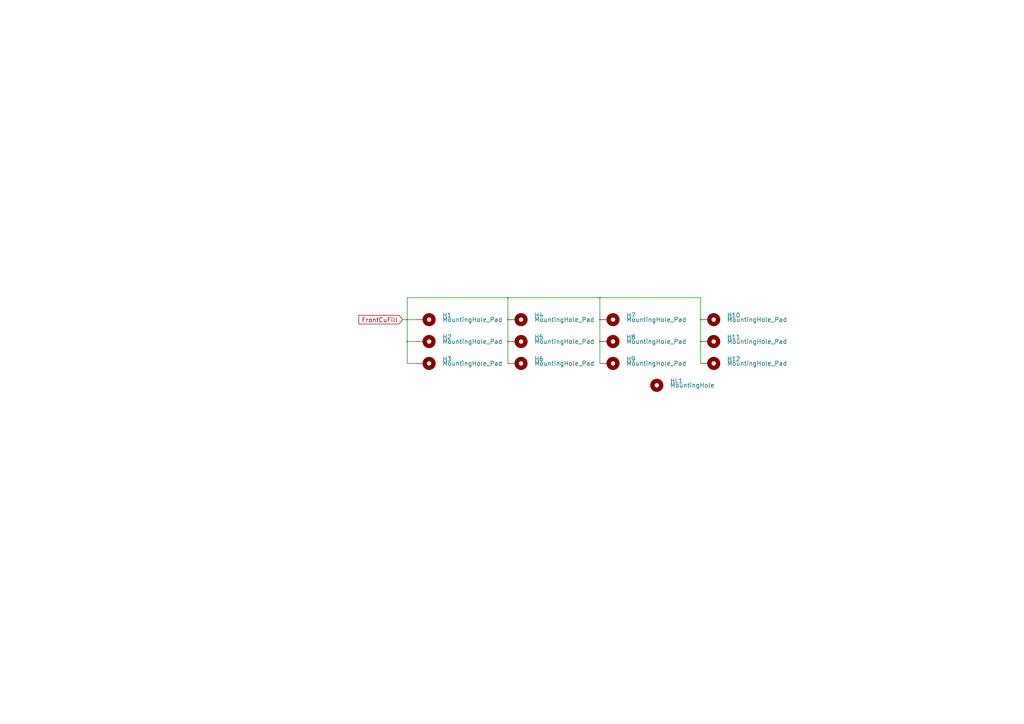
<source format=kicad_sch>
(kicad_sch (version 20211123) (generator eeschema)
  (paper "A4")
  (lib_symbols
    (symbol "Mechanical:MountingHole"
      (property "Reference" "H" (at 0 5.08 0))
      (property "Value" "MountingHole" (at 0 3.175 0))
      (symbol "MountingHole_0_1"
        (circle (center 0 0) (radius 1.27) (stroke (width 1.27)))
      )
    )
    (symbol "Mechanical:MountingHole_Pad" (pin_numbers hide) (pin_names hide)
      (property "Reference" "H" (at 0 6.35 0))
      (property "Value" "MountingHole_Pad" (at 0 4.445 0))
      (symbol "MountingHole_Pad_0_1"
        (circle (center 0 1.27) (radius 1.27) (stroke (width 1.27)))
      )
      (symbol "MountingHole_Pad_1_1"
        (pin input line (at 0 -2.54 90) (length 2.54) (name "1") (number "1"))
      )
    )
  )
  (junction (at 118.11 99.06) (diameter 0.3048))
  (junction (at 147.32 99.06) (diameter 0.3048))
  (junction (at 118.11 92.71) (diameter 0.3048))
  (junction (at 147.32 86.36) (diameter 0.3048))
  (junction (at 173.99 92.71) (diameter 0.3048))
  (junction (at 147.32 92.71) (diameter 0.3048))
  (junction (at 173.99 99.06) (diameter 0.3048))
  (junction (at 203.2 99.06) (diameter 0.3048))
  (junction (at 173.99 86.36) (diameter 0.3048))
  (junction (at 203.2 92.71) (diameter 0.3048))
  (wire (pts (xy 118.11 105.41) (xy 118.11 99.06)))
  (wire (pts (xy 147.32 86.36) (xy 173.99 86.36)))
  (wire (pts (xy 173.99 86.36) (xy 203.2 86.36)))
  (wire (pts (xy 120.65 105.41) (xy 118.11 105.41)))
  (wire (pts (xy 116.84 92.71) (xy 118.11 92.71)))
  (wire (pts (xy 118.11 86.36) (xy 147.32 86.36)))
  (wire (pts (xy 203.2 99.06) (xy 203.2 105.41)))
  (wire (pts (xy 147.32 86.36) (xy 147.32 92.71)))
  (wire (pts (xy 147.32 99.06) (xy 147.32 105.41)))
  (wire (pts (xy 203.2 86.36) (xy 203.2 92.71)))
  (wire (pts (xy 147.32 92.71) (xy 147.32 99.06)))
  (wire (pts (xy 118.11 99.06) (xy 118.11 92.71)))
  (wire (pts (xy 173.99 86.36) (xy 173.99 92.71)))
  (wire (pts (xy 120.65 99.06) (xy 118.11 99.06)) (stroke (width 0.1524)))
  (wire (pts (xy 173.99 99.06) (xy 173.99 105.41)))
  (wire (pts (xy 118.11 92.71) (xy 118.11 86.36)))
  (wire (pts (xy 173.99 92.71) (xy 173.99 99.06)))
  (wire (pts (xy 118.11 92.71) (xy 120.65 92.71)))
  (wire (pts (xy 203.2 92.71) (xy 203.2 99.06)))
  (global_label "FrontCuFill" (shape input) (at 116.84 92.71 180) (property "Intersheet References" "${INTERSHEET_REFS}" (effects hide)))
  (symbol (lib_id "Mechanical:MountingHole_Pad") (at 176.53 99.06 270) (unit 1)
    (property "Reference" "H8" (at 181.61 97.79 90) (effects (justify left)))
    (property "Value" "MountingHole_Pad" (at 181.61 99.06 90) (effects (justify left)))
    (property "Footprint" "MountingHole:MountingHole_3.2mm_M3_ISO7380_Pad" (effects hide))
  )
  (symbol (lib_id "Mechanical:MountingHole_Pad") (at 205.74 92.71 270) (unit 1)
    (property "Reference" "H10" (at 210.82 91.44 90) (effects (justify left)))
    (property "Value" "MountingHole_Pad" (at 210.82 92.71 90) (effects (justify left)))
    (property "Footprint" "MountingHole:MountingHole_3.2mm_M3_ISO7380_Pad" (effects hide))
  )
  (symbol (lib_id "Mechanical:MountingHole_Pad") (at 205.74 105.41 270) (unit 1)
    (property "Reference" "H12" (at 210.82 104.14 90) (effects (justify left)))
    (property "Value" "MountingHole_Pad" (at 210.82 105.41 90) (effects (justify left)))
    (property "Footprint" "MountingHole:MountingHole_3.2mm_M3_ISO7380_Pad" (effects hide))
  )
  (symbol (lib_id "Mechanical:MountingHole_Pad") (at 149.86 92.71 270) (unit 1)
    (property "Reference" "H4" (at 154.94 91.44 90) (effects (justify left)))
    (property "Value" "MountingHole_Pad" (at 154.94 92.71 90) (effects (justify left)))
    (property "Footprint" "MountingHole:MountingHole_3.2mm_M3_ISO7380_Pad" (effects hide))
  )
  (symbol (lib_id "Mechanical:MountingHole_Pad") (at 123.19 99.06 270) (unit 1)
    (property "Reference" "H2" (at 128.27 97.79 90) (effects (justify left)))
    (property "Value" "MountingHole_Pad" (at 128.27 99.06 90) (effects (justify left)))
    (property "Footprint" "MountingHole:MountingHole_3.2mm_M3_ISO7380_Pad" (effects hide))
  )
  (symbol (lib_id "Mechanical:MountingHole_Pad") (at 149.86 105.41 270) (unit 1)
    (property "Reference" "H6" (at 154.94 104.14 90) (effects (justify left)))
    (property "Value" "MountingHole_Pad" (at 154.94 105.41 90) (effects (justify left)))
    (property "Footprint" "MountingHole:MountingHole_3.2mm_M3_ISO7380_Pad" (effects hide))
  )
  (symbol (lib_id "Mechanical:MountingHole_Pad") (at 176.53 105.41 270) (unit 1)
    (property "Reference" "H9" (at 181.61 104.14 90) (effects (justify left)))
    (property "Value" "MountingHole_Pad" (at 181.61 105.41 90) (effects (justify left)))
    (property "Footprint" "MountingHole:MountingHole_3.2mm_M3_ISO7380_Pad" (effects hide))
  )
  (symbol (lib_id "Mechanical:MountingHole_Pad") (at 149.86 99.06 270) (unit 1)
    (property "Reference" "H5" (at 154.94 97.79 90) (effects (justify left)))
    (property "Value" "MountingHole_Pad" (at 154.94 99.06 90) (effects (justify left)))
    (property "Footprint" "MountingHole:MountingHole_3.2mm_M3_ISO7380_Pad" (effects hide))
  )
  (symbol (lib_id "Mechanical:MountingHole") (at 190.5 111.76 0) (unit 1)
    (property "Reference" "HL1" (at 194.31 110.49 0) (effects (justify left)))
    (property "Value" "MountingHole" (at 194.31 111.76 0) (effects (justify left)))
    (property "Footprint" "BostonStreets:boston-streets-thinner-5" (effects hide))
  )
  (symbol (lib_id "Mechanical:MountingHole_Pad") (at 123.19 92.71 270) (unit 1)
    (property "Reference" "H1" (at 128.27 91.44 90) (effects (justify left)))
    (property "Value" "MountingHole_Pad" (at 128.27 92.71 90) (effects (justify left)))
    (property "Footprint" "MountingHole:MountingHole_3.2mm_M3_ISO7380_Pad" (effects hide))
  )
  (symbol (lib_id "Mechanical:MountingHole_Pad") (at 176.53 92.71 270) (unit 1)
    (property "Reference" "H7" (at 181.61 91.44 90) (effects (justify left)))
    (property "Value" "MountingHole_Pad" (at 181.61 92.71 90) (effects (justify left)))
    (property "Footprint" "MountingHole:MountingHole_3.2mm_M3_ISO7380_Pad" (effects hide))
  )
  (symbol (lib_id "Mechanical:MountingHole_Pad") (at 123.19 105.41 270) (unit 1)
    (property "Reference" "H3" (at 128.27 104.14 90) (effects (justify left)))
    (property "Value" "MountingHole_Pad" (at 128.27 105.41 90) (effects (justify left)))
    (property "Footprint" "MountingHole:MountingHole_3.2mm_M3_ISO7380_Pad" (effects hide))
  )
  (symbol (lib_id "Mechanical:MountingHole_Pad") (at 205.74 99.06 270) (unit 1)
    (property "Reference" "H11" (at 210.82 97.79 90) (effects (justify left)))
    (property "Value" "MountingHole_Pad" (at 210.82 99.06 90) (effects (justify left)))
    (property "Footprint" "MountingHole:MountingHole_3.2mm_M3_ISO7380_Pad" (effects hide))
  )
)
</source>
